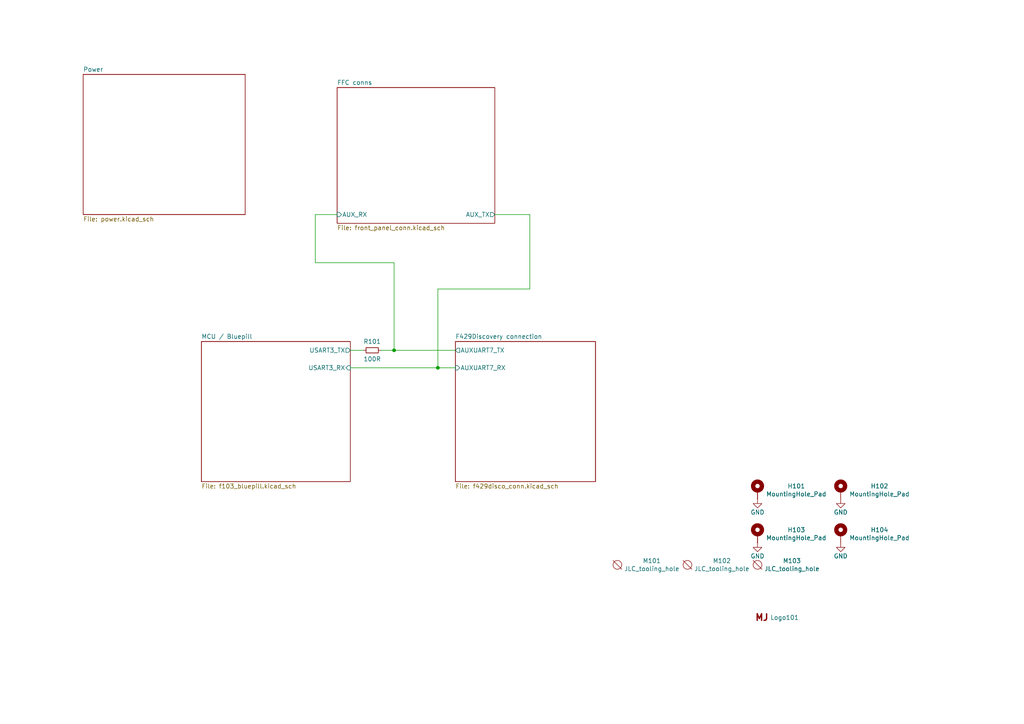
<source format=kicad_sch>
(kicad_sch (version 20211123) (generator eeschema)
  (paper "A4")
  (title_block (title "FFC Adapter board") (date "2020-12-13") (rev "r0.1") (company "MaJo"))
  (lib_symbols
    (symbol "Device:R_Small" (pin_numbers hide) (pin_names (offset 0.254) hide)
      (property "Reference" "R" (at 0.762 0.508 0))
      (property "Value" "R_Small" (at 0.762 -1.016 0))
      (symbol "R_Small_0_1"
        (rectangle (start -0.762 1.778) (end 0.762 -1.778) (stroke (width 0.2032)))
      )
      (symbol "R_Small_1_1"
        (pin passive line (at 0 2.54 270) (length 0.762) (name "~") (number "1"))
        (pin passive line (at 0 -2.54 90) (length 0.762) (name "~") (number "2"))
      )
    )
    (symbol "Mechanical:MountingHole_Pad" (pin_numbers hide) (pin_names (offset 1.016) hide)
      (property "Reference" "H" (at 0 6.35 0))
      (property "Value" "MountingHole_Pad" (at 0 4.445 0))
      (symbol "MountingHole_Pad_0_1"
        (circle (center 0 1.27) (radius 1.27) (stroke (width 1.27)))
      )
      (symbol "MountingHole_Pad_1_1"
        (pin input line (at 0 -2.54 90) (length 2.54) (name "1") (number "1"))
      )
    )
    (symbol "customlib_mj:JLC_tooling_hole" (pin_names (offset 1.016))
      (property "Reference" "M" (at 0 2.54 0))
      (property "Value" "JLC_tooling_hole" (at 0 -2.54 0))
      (symbol "JLC_tooling_hole_0_1"
        (polyline (pts (xy -1.27 1.27) (xy 1.27 -1.27)))
        (circle (center 0 0) (radius 1.27))
      )
    )
    (symbol "customlib_mj:Logo_MJ" (pin_names (offset 1.016))
      (property "Reference" "Logo" (at 0 2.54 0))
      (symbol "Logo_MJ_0_0"
        (text "MJ" (at 0 0 0) (effects (font (size 1.905 1.905) bold)))
      )
    )
    (symbol "power:GND" (power) (pin_names (offset 0))
      (property "Value" "GND" (at 0 -3.81 0))
      (symbol "GND_0_1"
        (polyline (pts (xy 0 0) (xy 0 -1.27) (xy 1.27 -1.27) (xy 0 -2.54) (xy -1.27 -1.27) (xy 0 -1.27)))
      )
      (symbol "GND_1_1"
        (pin power_in line (at 0 0 270) (length 0) hide (name "GND") (number "1"))
      )
    )
  )
  (junction (at 114.3 101.6))
  (junction (at 127 106.68))
  (wire (pts (xy 132.08 101.6) (xy 114.3 101.6)))
  (wire (pts (xy 101.6 101.6) (xy 105.41 101.6)))
  (wire (pts (xy 127 83.82) (xy 127 106.68)))
  (wire (pts (xy 91.44 62.23) (xy 97.79 62.23)))
  (wire (pts (xy 143.51 62.23) (xy 153.67 62.23)))
  (wire (pts (xy 114.3 76.2) (xy 91.44 76.2)))
  (wire (pts (xy 110.49 101.6) (xy 114.3 101.6)))
  (wire (pts (xy 127 106.68) (xy 132.08 106.68)))
  (wire (pts (xy 153.67 62.23) (xy 153.67 83.82)))
  (wire (pts (xy 91.44 76.2) (xy 91.44 62.23)))
  (wire (pts (xy 114.3 76.2) (xy 114.3 101.6)))
  (wire (pts (xy 153.67 83.82) (xy 127 83.82)))
  (wire (pts (xy 101.6 106.68) (xy 127 106.68)))
  (symbol (lib_id "customlib_mj:Logo_MJ") (at 220.98 179.07 0) (unit 1)
    (property "Reference" "Logo101" (at 227.5586 179.1208 0))
    (property "Value" "Logo_MJ" (effects hide))
    (property "Footprint" "customlib_mj_fp:MJ_10.3x12.7" (effects hide))
  )
  (symbol (lib_id "Mechanical:MountingHole_Pad") (at 219.71 142.24 0) (unit 1)
    (property "Reference" "H101" (at 230.9622 140.9954 0))
    (property "Value" "MountingHole_Pad" (at 230.9622 143.3068 0))
    (property "Footprint" "MountingHole:MountingHole_3.2mm_M3_ISO7380_Pad" (effects hide))
  )
  (symbol (lib_id "Mechanical:MountingHole_Pad") (at 243.84 142.24 0) (unit 1)
    (property "Reference" "H102" (at 255.0922 140.9954 0))
    (property "Value" "MountingHole_Pad" (at 255.0922 143.3068 0))
    (property "Footprint" "MountingHole:MountingHole_3.2mm_M3_ISO7380_Pad" (effects hide))
  )
  (symbol (lib_id "Mechanical:MountingHole_Pad") (at 219.71 154.94 0) (unit 1)
    (property "Reference" "H103" (at 230.9622 153.6954 0))
    (property "Value" "MountingHole_Pad" (at 230.9622 156.0068 0))
    (property "Footprint" "MountingHole:MountingHole_3.2mm_M3_ISO7380_Pad" (effects hide))
  )
  (symbol (lib_id "Mechanical:MountingHole_Pad") (at 243.84 154.94 0) (unit 1)
    (property "Reference" "H104" (at 255.0922 153.6954 0))
    (property "Value" "MountingHole_Pad" (at 255.0922 156.0068 0))
    (property "Footprint" "MountingHole:MountingHole_3.2mm_M3_ISO7380_Pad" (effects hide))
  )
  (symbol (lib_id "power:GND") (at 219.71 144.78 0) (unit 1)
    (property "Reference" "#PWR0101" (effects hide))
    (property "Value" "GND" (at 219.71 148.59 0))
  )
  (symbol (lib_id "power:GND") (at 243.84 144.78 0) (unit 1)
    (property "Reference" "#PWR0102" (effects hide))
    (property "Value" "GND" (at 243.84 148.59 0))
  )
  (symbol (lib_id "power:GND") (at 243.84 157.48 0) (unit 1)
    (property "Reference" "#PWR0104" (effects hide))
    (property "Value" "GND" (at 243.84 161.29 0))
  )
  (symbol (lib_id "power:GND") (at 219.71 157.48 0) (unit 1)
    (property "Reference" "#PWR0103" (effects hide))
    (property "Value" "GND" (at 219.71 161.29 0))
  )
  (symbol (lib_id "customlib_mj:JLC_tooling_hole") (at 179.07 163.83 0) (unit 1)
    (property "Reference" "M101" (at 189.0522 162.6616 0))
    (property "Value" "JLC_tooling_hole" (at 189.0522 164.973 0))
    (property "Footprint" "customlib_mj_fp:JLC_tooling-hole" (effects hide))
    (property "Datasheet" "https://support.jlcpcb.com/article/92-how-to-add-tooling-holes-for-smt-assembly-order" (effects hide))
  )
  (symbol (lib_id "customlib_mj:JLC_tooling_hole") (at 219.71 163.83 0) (unit 1)
    (property "Reference" "M103" (at 229.6922 162.6616 0))
    (property "Value" "JLC_tooling_hole" (at 229.6922 164.973 0))
    (property "Footprint" "customlib_mj_fp:JLC_tooling-hole" (effects hide))
    (property "Datasheet" "https://support.jlcpcb.com/article/92-how-to-add-tooling-holes-for-smt-assembly-order" (effects hide))
  )
  (symbol (lib_id "customlib_mj:JLC_tooling_hole") (at 199.39 163.83 0) (unit 1)
    (property "Reference" "M102" (at 209.3722 162.6616 0))
    (property "Value" "JLC_tooling_hole" (at 209.3722 164.973 0))
    (property "Footprint" "customlib_mj_fp:JLC_tooling-hole" (effects hide))
    (property "Datasheet" "https://support.jlcpcb.com/article/92-how-to-add-tooling-holes-for-smt-assembly-order" (effects hide))
  )
  (symbol (lib_id "Device:R_Small") (at 107.95 101.6 270) (unit 1)
    (property "Reference" "R101" (at 107.95 99.06 90))
    (property "Value" "100R" (at 107.95 104.14 90))
    (property "Footprint" "Resistor_SMD:R_0402_1005Metric" (effects hide))
    (property "LCSC" "C25076" (effects hide))
  )
  (sheet (at 24.13 21.59) (size 46.99 40.64)
    (property "Sheet name" "Power" (at 24.13 20.8784 0) (effects (justify left bottom)))
    (property "Sheet file" "power.kicad_sch" (at 24.13 62.8146 0) (effects (justify left top)))
  )
  (sheet (at 97.79 25.4) (size 45.72 39.37)
    (property "Sheet name" "FFC conns" (at 97.79 24.6884 0) (effects (justify left bottom)))
    (property "Sheet file" "front_panel_conn.kicad_sch" (at 97.79 65.3546 0) (effects (justify left top)))
    (pin "AUX_TX" output (at 143.51 62.23 0))
    (pin "AUX_RX" input (at 97.79 62.23 180))
  )
  (sheet (at 58.42 99.06) (size 43.18 40.64)
    (property "Sheet name" "MCU / Bluepill" (at 58.42 98.3484 0) (effects (justify left bottom)))
    (property "Sheet file" "f103_bluepill.kicad_sch" (at 58.42 140.2846 0) (effects (justify left top)))
    (pin "USART3_TX" output (at 101.6 101.6 0))
    (pin "USART3_RX" input (at 101.6 106.68 0))
  )
  (sheet (at 132.08 99.06) (size 40.64 40.64)
    (property "Sheet name" "F429Discovery connection" (at 132.08 98.3484 0) (effects (justify left bottom)))
    (property "Sheet file" "f429disco_conn.kicad_sch" (at 132.08 140.2846 0) (effects (justify left top)))
    (pin "AUXUART7_RX" input (at 132.08 106.68 180))
    (pin "AUXUART7_TX" output (at 132.08 101.6 180))
  )
)
</source>
